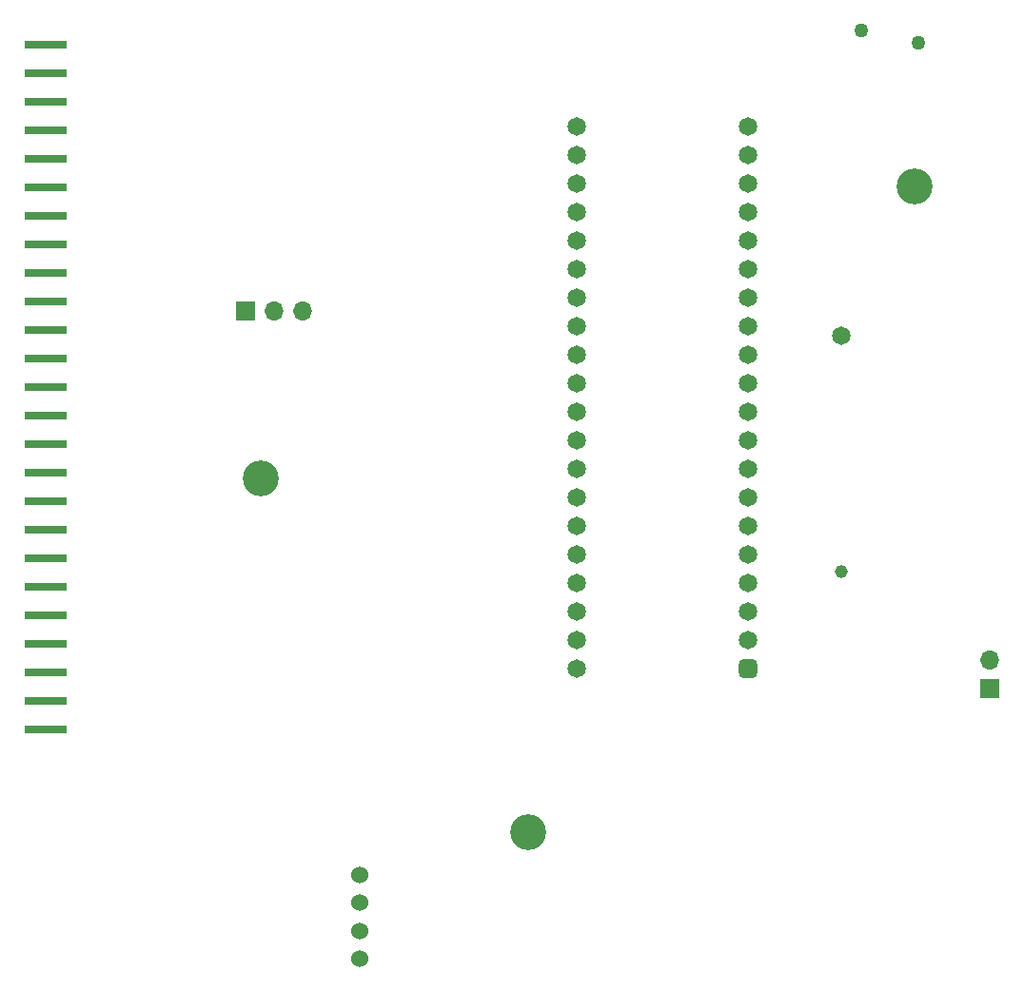
<source format=gbr>
%TF.GenerationSoftware,KiCad,Pcbnew,(6.0.2)*%
%TF.CreationDate,2022-04-15T06:18:49-06:00*%
%TF.ProjectId,XCVR_F4_SMD_V1,58435652-5f46-4345-9f53-4d445f56312e,rev?*%
%TF.SameCoordinates,Original*%
%TF.FileFunction,Soldermask,Bot*%
%TF.FilePolarity,Negative*%
%FSLAX46Y46*%
G04 Gerber Fmt 4.6, Leading zero omitted, Abs format (unit mm)*
G04 Created by KiCad (PCBNEW (6.0.2)) date 2022-04-15 06:18:49*
%MOMM*%
%LPD*%
G01*
G04 APERTURE LIST*
G04 Aperture macros list*
%AMRoundRect*
0 Rectangle with rounded corners*
0 $1 Rounding radius*
0 $2 $3 $4 $5 $6 $7 $8 $9 X,Y pos of 4 corners*
0 Add a 4 corners polygon primitive as box body*
4,1,4,$2,$3,$4,$5,$6,$7,$8,$9,$2,$3,0*
0 Add four circle primitives for the rounded corners*
1,1,$1+$1,$2,$3*
1,1,$1+$1,$4,$5*
1,1,$1+$1,$6,$7*
1,1,$1+$1,$8,$9*
0 Add four rect primitives between the rounded corners*
20,1,$1+$1,$2,$3,$4,$5,0*
20,1,$1+$1,$4,$5,$6,$7,0*
20,1,$1+$1,$6,$7,$8,$9,0*
20,1,$1+$1,$8,$9,$2,$3,0*%
G04 Aperture macros list end*
%ADD10R,3.800000X0.750000*%
%ADD11C,1.524000*%
%ADD12C,3.200000*%
%ADD13C,1.270000*%
%ADD14RoundRect,0.412500X0.412500X0.412500X-0.412500X0.412500X-0.412500X-0.412500X0.412500X-0.412500X0*%
%ADD15C,1.650000*%
%ADD16R,1.700000X1.700000*%
%ADD17O,1.700000X1.700000*%
%ADD18C,1.150000*%
G04 APERTURE END LIST*
D10*
%TO.C,J3*%
X107017820Y-129484120D03*
X107017820Y-126944120D03*
X107017820Y-124404120D03*
X107017820Y-121864120D03*
X107017820Y-119324120D03*
X107017820Y-116784120D03*
X107017820Y-114244120D03*
X107017820Y-111704120D03*
X107017820Y-109164120D03*
X107017820Y-106624120D03*
X107017820Y-104084120D03*
X107017820Y-101544120D03*
X107017820Y-99004120D03*
X107017820Y-96464120D03*
X107017820Y-93924120D03*
X107017820Y-91384120D03*
X107017820Y-88844120D03*
X107017820Y-86304120D03*
X107017820Y-83764120D03*
X107017820Y-81224120D03*
X107017820Y-78684120D03*
X107017820Y-76144120D03*
X107017820Y-73604120D03*
X107017820Y-71064120D03*
X107017820Y-68524120D03*
%TD*%
D11*
%TO.C,J4*%
X134917180Y-149919060D03*
X134917180Y-147419060D03*
X134917180Y-144919060D03*
X134917180Y-142419060D03*
%TD*%
D12*
%TO.C,REF\u002A\u002A*%
X149900640Y-138628120D03*
%TD*%
%TO.C,REF\u002A\u002A*%
X126138940Y-107116880D03*
%TD*%
%TO.C,REF\u002A\u002A*%
X184279540Y-81127600D03*
%TD*%
D13*
%TO.C,F1*%
X184670700Y-68392040D03*
X179590700Y-67249040D03*
%TD*%
D14*
%TO.C,BP1*%
X169519600Y-124063760D03*
D15*
X169519600Y-121523760D03*
X169519600Y-118983760D03*
X169519600Y-116443760D03*
X169519600Y-113903760D03*
X169519600Y-111363760D03*
X169519600Y-108823760D03*
X169519600Y-106283760D03*
X169519600Y-103743760D03*
X169519600Y-101203760D03*
X169519600Y-98663760D03*
X169519600Y-96123760D03*
X169519600Y-93583760D03*
X169519600Y-91043760D03*
X169519600Y-88503760D03*
X169519600Y-85963760D03*
X169519600Y-83423760D03*
X169519600Y-80883760D03*
X169519600Y-78343760D03*
X169519600Y-75803760D03*
X154279600Y-75803760D03*
X154279600Y-78343760D03*
X154279600Y-80883760D03*
X154279600Y-83423760D03*
X154279600Y-85963760D03*
X154279600Y-88503760D03*
X154279600Y-91043760D03*
X154279600Y-93583760D03*
X154279600Y-96123760D03*
X154279600Y-98663760D03*
X154279600Y-101203760D03*
X154279600Y-103743760D03*
X154279600Y-106283760D03*
X154279600Y-108823760D03*
X154279600Y-111363760D03*
X154279600Y-113903760D03*
X154279600Y-116443760D03*
X154279600Y-118983760D03*
X154279600Y-121523760D03*
X154279600Y-124063760D03*
%TD*%
D16*
%TO.C,J1*%
X191028320Y-125839219D03*
D17*
X191028320Y-123299219D03*
%TD*%
D18*
%TO.C,SD1*%
X177811080Y-115415780D03*
D15*
X177811080Y-94415780D03*
%TD*%
D16*
%TO.C,J2*%
X124780040Y-92280740D03*
D17*
X127320040Y-92280740D03*
X129860040Y-92280740D03*
%TD*%
M02*

</source>
